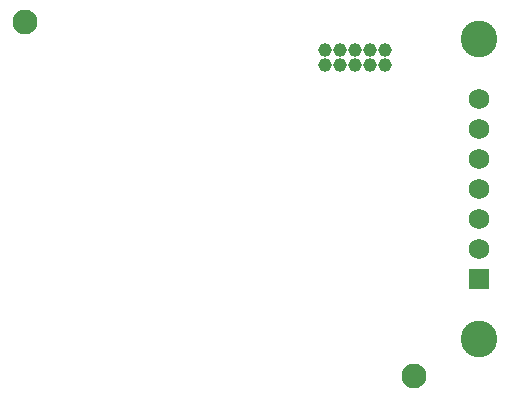
<source format=gbr>
G04 EAGLE Gerber RS-274X export*
G75*
%MOMM*%
%FSLAX34Y34*%
%LPD*%
%INSoldermask Bottom*%
%IPPOS*%
%AMOC8*
5,1,8,0,0,1.08239X$1,22.5*%
G01*
%ADD10C,2.101600*%
%ADD11C,3.101600*%
%ADD12C,1.159600*%
%ADD13R,1.752600X1.752600*%
%ADD14C,1.752600*%


D10*
X25000Y325000D03*
X355000Y25000D03*
D11*
X410000Y56200D03*
X410000Y310200D03*
D12*
X330400Y301350D03*
X330400Y288650D03*
X317700Y301350D03*
X317700Y288650D03*
X305000Y301350D03*
X305000Y288650D03*
X292300Y301350D03*
X292300Y288650D03*
X279600Y301350D03*
X279600Y288650D03*
D13*
X410000Y107000D03*
D14*
X410000Y132400D03*
X410000Y157800D03*
X410000Y183200D03*
X410000Y208600D03*
X410000Y234000D03*
X410000Y259400D03*
M02*

</source>
